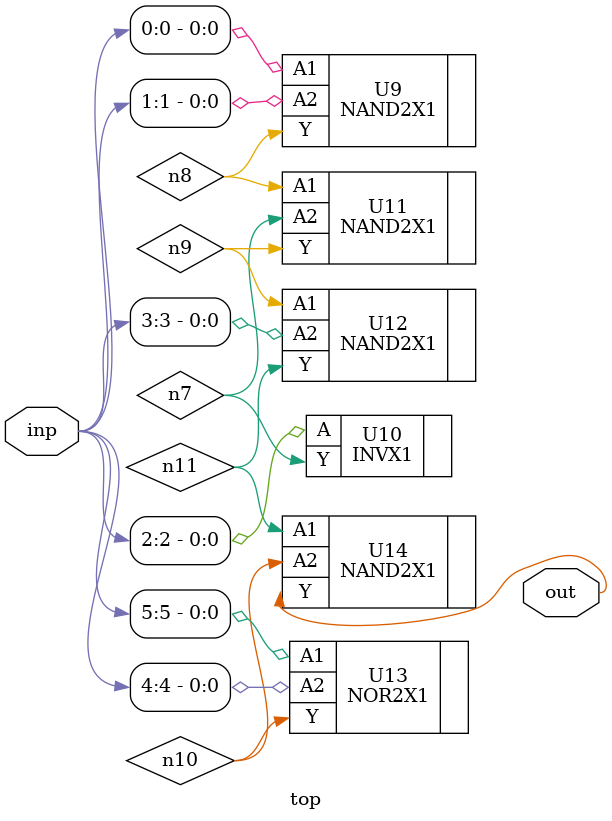
<source format=sv>


module top ( inp, out );
  input [5:0] inp;
  output out;
  wire   n7, n8, n9, n10, n11;

  NAND2X1 U9 ( .A1(inp[0]), .A2(inp[1]), .Y(n8) );
  INVX1 U10 ( .A(inp[2]), .Y(n7) );
  NAND2X1 U11 ( .A1(n8), .A2(n7), .Y(n9) );
  NAND2X1 U12 ( .A1(n9), .A2(inp[3]), .Y(n11) );
  NOR2X1 U13 ( .A1(inp[5]), .A2(inp[4]), .Y(n10) );
  NAND2X1 U14 ( .A1(n11), .A2(n10), .Y(out) );
endmodule


</source>
